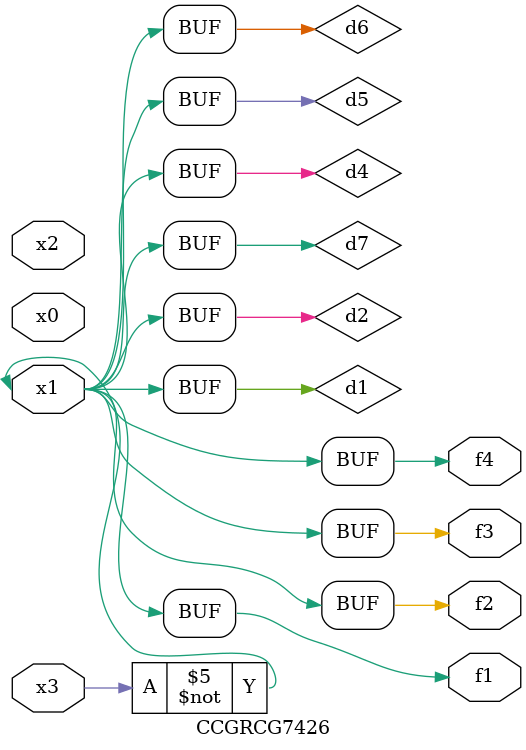
<source format=v>
module CCGRCG7426(
	input x0, x1, x2, x3,
	output f1, f2, f3, f4
);

	wire d1, d2, d3, d4, d5, d6, d7;

	not (d1, x3);
	buf (d2, x1);
	xnor (d3, d1, d2);
	nor (d4, d1);
	buf (d5, d1, d2);
	buf (d6, d4, d5);
	nand (d7, d4);
	assign f1 = d6;
	assign f2 = d7;
	assign f3 = d6;
	assign f4 = d6;
endmodule

</source>
